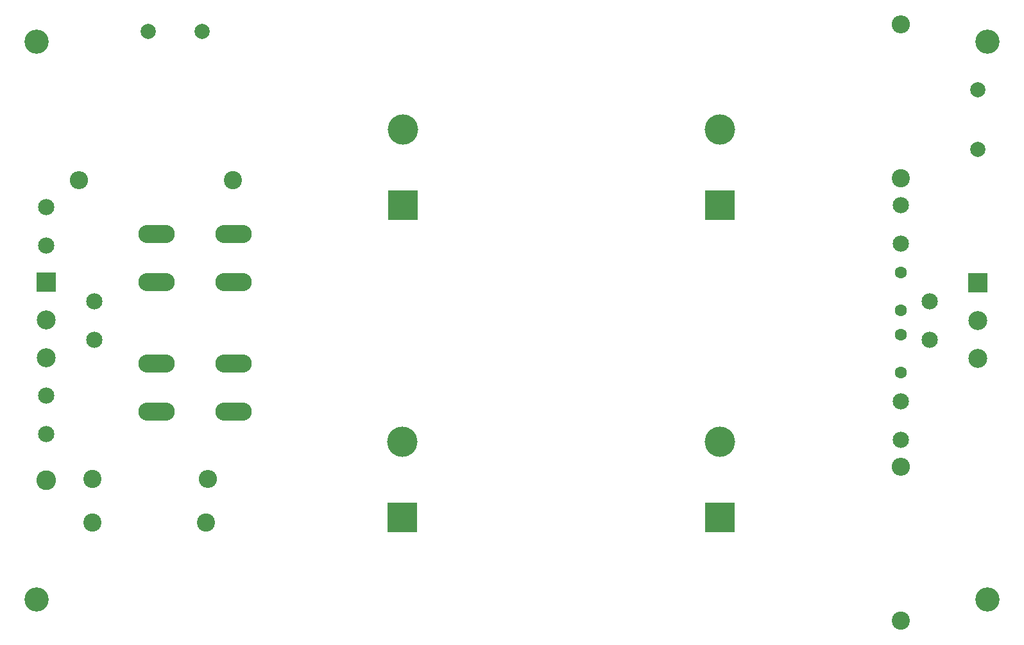
<source format=gbr>
G04 #@! TF.GenerationSoftware,KiCad,Pcbnew,(6.0.1-0)*
G04 #@! TF.CreationDate,2022-02-11T16:00:43+01:00*
G04 #@! TF.ProjectId,psu-mosfet-80w,7073752d-6d6f-4736-9665-742d3830772e,rev?*
G04 #@! TF.SameCoordinates,Original*
G04 #@! TF.FileFunction,Soldermask,Bot*
G04 #@! TF.FilePolarity,Negative*
%FSLAX46Y46*%
G04 Gerber Fmt 4.6, Leading zero omitted, Abs format (unit mm)*
G04 Created by KiCad (PCBNEW (6.0.1-0)) date 2022-02-11 16:00:43*
%MOMM*%
%LPD*%
G01*
G04 APERTURE LIST*
%ADD10C,2.400000*%
%ADD11R,4.000000X4.000000*%
%ADD12C,4.000000*%
%ADD13O,4.800600X2.400300*%
%ADD14R,2.500000X2.500000*%
%ADD15C,2.500000*%
%ADD16C,2.600000*%
%ADD17O,2.400000X2.400000*%
%ADD18C,1.600000*%
%ADD19C,3.200000*%
%ADD20C,2.145000*%
%ADD21C,2.000000*%
G04 APERTURE END LIST*
D10*
X59690000Y-115570000D03*
X74690000Y-115570000D03*
D11*
X100711000Y-73660000D03*
D12*
X100711000Y-63660000D03*
X100584000Y-104935000D03*
D11*
X100584000Y-114935000D03*
X142494000Y-73660000D03*
D12*
X142494000Y-63660000D03*
D11*
X142494000Y-114935000D03*
D12*
X142494000Y-104935000D03*
D13*
X68199000Y-94615000D03*
X78359000Y-94615000D03*
X68199000Y-100965000D03*
X78359000Y-100965000D03*
X78359000Y-77470000D03*
X68199000Y-77470000D03*
X78359000Y-83820000D03*
X68199000Y-83820000D03*
D14*
X53594000Y-83820000D03*
D15*
X53594000Y-88820000D03*
X53594000Y-93820000D03*
D16*
X53594000Y-109982000D03*
D10*
X59690000Y-109855000D03*
D17*
X74930000Y-109855000D03*
D18*
X166370000Y-82550000D03*
X166370000Y-87550000D03*
X166370000Y-90805000D03*
X166370000Y-95805000D03*
D19*
X177800000Y-52070000D03*
X177800000Y-125730000D03*
X52324000Y-125730000D03*
X52324000Y-52070000D03*
D14*
X176530000Y-83900000D03*
D15*
X176530000Y-88900000D03*
X176530000Y-93900000D03*
D20*
X166370000Y-99568000D03*
X166370000Y-104648000D03*
D21*
X176530000Y-66294000D03*
D20*
X53594000Y-78994000D03*
X53594000Y-73914000D03*
X166370000Y-78740000D03*
X166370000Y-73660000D03*
D21*
X176530000Y-58420000D03*
X67078000Y-50768000D03*
D10*
X78232000Y-70358000D03*
D17*
X57912000Y-70358000D03*
D21*
X74178000Y-50768000D03*
D20*
X170180000Y-91440000D03*
X170180000Y-86360000D03*
D10*
X166370000Y-70104000D03*
D17*
X166370000Y-49784000D03*
D10*
X166370000Y-128524000D03*
D17*
X166370000Y-108204000D03*
D20*
X53594000Y-103886000D03*
X53594000Y-98806000D03*
X59944000Y-91440000D03*
X59944000Y-86360000D03*
M02*

</source>
